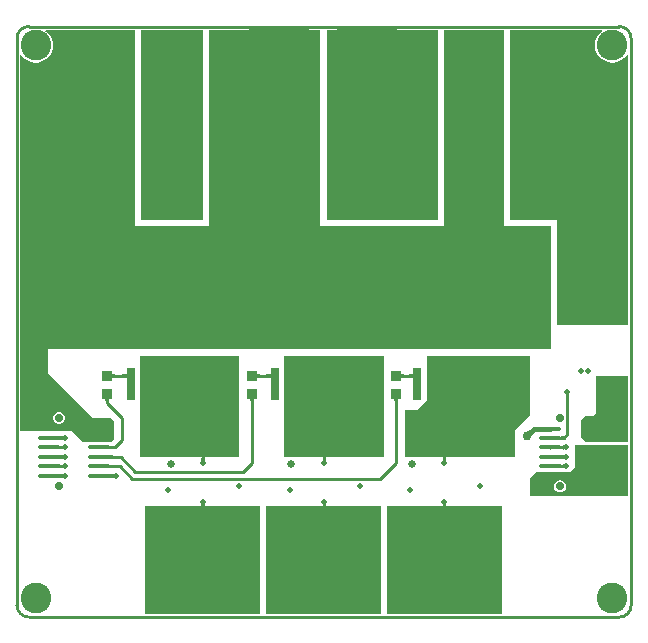
<source format=gtl>
G04*
G04 #@! TF.GenerationSoftware,Altium Limited,Altium Designer,22.0.2 (36)*
G04*
G04 Layer_Physical_Order=1*
G04 Layer_Color=255*
%FSLAX24Y24*%
%MOIN*%
G70*
G04*
G04 #@! TF.SameCoordinates,5AD8CBCB-7B86-44EA-BE16-98DFC8B2639C*
G04*
G04*
G04 #@! TF.FilePolarity,Positive*
G04*
G01*
G75*
%ADD14C,0.0150*%
%ADD17C,0.0100*%
%ADD19R,0.2047X0.1378*%
%ADD20O,0.0787X0.0138*%
%ADD32R,0.0585X0.0680*%
%ADD33R,0.0340X0.0318*%
%ADD34R,0.0315X0.1102*%
%ADD35R,0.0197X0.0197*%
%ADD36R,0.0157X0.0157*%
G04:AMPARAMS|DCode=37|XSize=255.9mil|YSize=196.9mil|CornerRadius=29.5mil|HoleSize=0mil|Usage=FLASHONLY|Rotation=0.000|XOffset=0mil|YOffset=0mil|HoleType=Round|Shape=RoundedRectangle|*
%AMROUNDEDRECTD37*
21,1,0.2559,0.1378,0,0,0.0*
21,1,0.1969,0.1969,0,0,0.0*
1,1,0.0591,0.0984,-0.0689*
1,1,0.0591,-0.0984,-0.0689*
1,1,0.0591,-0.0984,0.0689*
1,1,0.0591,0.0984,0.0689*
%
%ADD37ROUNDEDRECTD37*%
%ADD38C,0.1024*%
%ADD39C,0.0200*%
%ADD40C,0.0591*%
%ADD41C,0.0300*%
%ADD42C,0.0250*%
%ADD43C,0.0276*%
G36*
X14050Y13250D02*
X10350D01*
Y19583D01*
X14050D01*
Y13250D01*
D02*
G37*
G36*
X6200D02*
X4150D01*
Y19583D01*
X6200D01*
Y13250D01*
D02*
G37*
G36*
X16250Y13050D02*
X17800D01*
Y8950D01*
X1050D01*
Y8150D01*
X2550Y6650D01*
X3150Y6650D01*
X3250Y6550D01*
Y5950D01*
X3150Y5850D01*
X2200D01*
X1850Y6200D01*
X102D01*
Y18729D01*
X150Y18742D01*
X172Y18704D01*
X279Y18598D01*
X409Y18522D01*
X555Y18483D01*
X705D01*
X851Y18522D01*
X981Y18598D01*
X1087Y18704D01*
X1163Y18834D01*
X1202Y18980D01*
Y19130D01*
X1163Y19276D01*
X1087Y19406D01*
X981Y19513D01*
X943Y19535D01*
X956Y19583D01*
X3950Y19583D01*
Y13050D01*
X6400D01*
Y19583D01*
X10100D01*
Y13050D01*
X14250D01*
Y19583D01*
X16250D01*
Y13050D01*
D02*
G37*
G36*
X19526Y19533D02*
X19435Y19463D01*
X19343Y19343D01*
X19285Y19204D01*
X19266Y19055D01*
X19285Y18906D01*
X19343Y18767D01*
X19435Y18647D01*
X19554Y18556D01*
X19693Y18498D01*
X19843Y18478D01*
X19992Y18498D01*
X20131Y18556D01*
X20250Y18647D01*
X20320Y18739D01*
X20370Y18722D01*
X20370Y9750D01*
X18000D01*
Y13250D01*
X16450D01*
Y19583D01*
X19509Y19583D01*
X19526Y19533D01*
D02*
G37*
G36*
X13191Y8090D02*
X13211Y8091D01*
Y7985D01*
X13209Y7985D01*
X13204Y7986D01*
X13191Y7986D01*
Y7938D01*
X13190Y7947D01*
X13187Y7956D01*
X13182Y7963D01*
X13175Y7970D01*
X13166Y7975D01*
X13155Y7980D01*
X13142Y7983D01*
X13127Y7986D01*
X13109Y7987D01*
X13106Y7987D01*
X13058Y7988D01*
Y8088D01*
X13117Y8089D01*
X13127Y8090D01*
X13142Y8092D01*
X13155Y8096D01*
X13166Y8100D01*
X13175Y8106D01*
X13182Y8112D01*
X13187Y8120D01*
X13190Y8128D01*
X13191Y8138D01*
Y8090D01*
D02*
G37*
G36*
X8441D02*
X8461Y8091D01*
Y7985D01*
X8459Y7985D01*
X8454Y7986D01*
X8441Y7986D01*
Y7938D01*
X8440Y7947D01*
X8437Y7956D01*
X8432Y7963D01*
X8425Y7970D01*
X8416Y7975D01*
X8405Y7980D01*
X8392Y7983D01*
X8377Y7986D01*
X8359Y7987D01*
X8356Y7987D01*
X8308Y7988D01*
Y8088D01*
X8367Y8089D01*
X8377Y8090D01*
X8392Y8092D01*
X8405Y8096D01*
X8416Y8100D01*
X8425Y8106D01*
X8432Y8112D01*
X8437Y8120D01*
X8440Y8128D01*
X8441Y8138D01*
Y8090D01*
D02*
G37*
G36*
X3641D02*
X3661Y8091D01*
Y7985D01*
X3659Y7985D01*
X3654Y7986D01*
X3641Y7986D01*
Y7938D01*
X3640Y7947D01*
X3637Y7956D01*
X3632Y7963D01*
X3625Y7970D01*
X3616Y7975D01*
X3605Y7980D01*
X3592Y7983D01*
X3577Y7986D01*
X3559Y7987D01*
X3556Y7987D01*
X3508Y7988D01*
Y8088D01*
X3567Y8089D01*
X3577Y8090D01*
X3592Y8092D01*
X3605Y8096D01*
X3616Y8100D01*
X3625Y8106D01*
X3632Y8112D01*
X3637Y8120D01*
X3640Y8128D01*
X3641Y8138D01*
Y8090D01*
D02*
G37*
G36*
X12798Y8128D02*
X12801Y8120D01*
X12806Y8112D01*
X12813Y8106D01*
X12822Y8100D01*
X12833Y8096D01*
X12846Y8092D01*
X12861Y8090D01*
X12878Y8088D01*
X12897Y8088D01*
Y7988D01*
X12878Y7987D01*
X12861Y7986D01*
X12846Y7983D01*
X12833Y7980D01*
X12822Y7975D01*
X12813Y7970D01*
X12806Y7963D01*
X12801Y7956D01*
X12798Y7947D01*
X12797Y7938D01*
Y8138D01*
X12798Y8128D01*
D02*
G37*
G36*
X8006D02*
X8009Y8120D01*
X8014Y8112D01*
X8021Y8106D01*
X8030Y8100D01*
X8041Y8096D01*
X8054Y8092D01*
X8069Y8090D01*
X8086Y8088D01*
X8105Y8088D01*
Y7988D01*
X8086Y7987D01*
X8069Y7986D01*
X8054Y7983D01*
X8041Y7980D01*
X8030Y7975D01*
X8021Y7970D01*
X8014Y7963D01*
X8009Y7956D01*
X8006Y7947D01*
X8005Y7938D01*
Y8138D01*
X8006Y8128D01*
D02*
G37*
G36*
X3164D02*
X3167Y8120D01*
X3172Y8112D01*
X3179Y8106D01*
X3188Y8100D01*
X3199Y8096D01*
X3212Y8092D01*
X3227Y8090D01*
X3244Y8088D01*
X3263Y8088D01*
Y7988D01*
X3244Y7987D01*
X3227Y7986D01*
X3212Y7983D01*
X3199Y7980D01*
X3188Y7975D01*
X3179Y7970D01*
X3172Y7963D01*
X3167Y7956D01*
X3164Y7947D01*
X3163Y7938D01*
Y8138D01*
X3164Y8128D01*
D02*
G37*
G36*
X18415Y7426D02*
X18412Y7421D01*
X18409Y7416D01*
X18406Y7409D01*
X18404Y7402D01*
X18403Y7394D01*
X18401Y7385D01*
X18400Y7376D01*
X18399Y7355D01*
X18299Y7354D01*
X18299Y7365D01*
X18298Y7384D01*
X18296Y7393D01*
X18294Y7401D01*
X18292Y7408D01*
X18289Y7415D01*
X18286Y7420D01*
X18283Y7425D01*
X18279Y7429D01*
X18419Y7431D01*
X18415Y7426D01*
D02*
G37*
G36*
X12718Y7287D02*
X12710Y7284D01*
X12702Y7279D01*
X12696Y7272D01*
X12690Y7263D01*
X12686Y7252D01*
X12682Y7239D01*
X12680Y7223D01*
X12678Y7206D01*
X12678Y7187D01*
X12578D01*
X12577Y7206D01*
X12576Y7223D01*
X12573Y7239D01*
X12570Y7252D01*
X12565Y7263D01*
X12560Y7272D01*
X12553Y7279D01*
X12546Y7284D01*
X12537Y7287D01*
X12528Y7288D01*
X12728D01*
X12718Y7287D01*
D02*
G37*
G36*
X7926D02*
X7918Y7284D01*
X7910Y7279D01*
X7904Y7272D01*
X7898Y7263D01*
X7894Y7252D01*
X7890Y7239D01*
X7888Y7223D01*
X7886Y7206D01*
X7886Y7187D01*
X7786D01*
X7785Y7206D01*
X7784Y7223D01*
X7781Y7239D01*
X7778Y7252D01*
X7773Y7263D01*
X7768Y7272D01*
X7761Y7279D01*
X7754Y7284D01*
X7745Y7287D01*
X7736Y7288D01*
X7936D01*
X7926Y7287D01*
D02*
G37*
G36*
X3054Y7382D02*
X3053Y7377D01*
X3053Y7358D01*
X3052Y7288D01*
X3101D01*
X3092Y7287D01*
X3083Y7284D01*
X3076Y7279D01*
X3069Y7272D01*
X3064Y7263D01*
X3059Y7252D01*
X3056Y7239D01*
X3053Y7223D01*
X3052Y7206D01*
X3051Y7187D01*
X2951D01*
X2951Y7206D01*
X2949Y7223D01*
X2947Y7239D01*
X2943Y7252D01*
X2939Y7263D01*
X2933Y7272D01*
X2927Y7279D01*
X2919Y7284D01*
X2911Y7287D01*
X2901Y7288D01*
X2950D01*
X2948Y7384D01*
X3054D01*
X3054Y7382D01*
D02*
G37*
G36*
X17209Y6152D02*
X17197Y6141D01*
X17178Y6119D01*
X17171Y6108D01*
X17164Y6098D01*
X17159Y6088D01*
X17155Y6078D01*
X17152Y6069D01*
X17150Y6060D01*
X17150Y6051D01*
X17002Y6200D01*
X17010Y6201D01*
X17019Y6202D01*
X17028Y6205D01*
X17038Y6209D01*
X17048Y6214D01*
X17058Y6221D01*
X17069Y6229D01*
X17080Y6237D01*
X17102Y6259D01*
X17209Y6152D01*
D02*
G37*
G36*
X1547Y5901D02*
X1542Y5905D01*
X1537Y5908D01*
X1532Y5911D01*
X1525Y5914D01*
X1518Y5916D01*
X1510Y5918D01*
X1502Y5919D01*
X1499Y5919D01*
X1447Y5916D01*
X1438Y5914D01*
X1430Y5912D01*
X1423Y5910D01*
X1418Y5907D01*
Y6035D01*
X1423Y6032D01*
X1430Y6030D01*
X1438Y6028D01*
X1447Y6026D01*
X1471Y6023D01*
X1493Y6022D01*
X1502Y6023D01*
X1510Y6024D01*
X1518Y6026D01*
X1525Y6028D01*
X1532Y6031D01*
X1537Y6034D01*
X1542Y6037D01*
X1547Y6041D01*
Y5901D01*
D02*
G37*
G36*
X18124Y6028D02*
X18127Y6027D01*
X18132Y6025D01*
X18139Y6024D01*
X18147Y6023D01*
X18186Y6021D01*
X18221Y6021D01*
Y5921D01*
X18202Y5921D01*
X18132Y5916D01*
X18127Y5915D01*
X18124Y5913D01*
X18123Y5912D01*
Y6030D01*
X18124Y6028D01*
D02*
G37*
G36*
X20370Y5850D02*
X18944D01*
X18794Y6000D01*
Y6550D01*
X18944Y6700D01*
X19194D01*
X19294Y6800D01*
X19294Y8050D01*
X20370D01*
Y5850D01*
D02*
G37*
G36*
X18223Y5706D02*
X18239Y5706D01*
Y5606D01*
X18223Y5606D01*
Y5586D01*
X18218Y5590D01*
X18213Y5593D01*
X18208Y5596D01*
X18201Y5599D01*
X18194Y5601D01*
X18186Y5603D01*
X18183Y5603D01*
X18147Y5601D01*
X18138Y5599D01*
X18130Y5597D01*
X18123Y5595D01*
X18118Y5592D01*
Y5720D01*
X18123Y5717D01*
X18130Y5715D01*
X18138Y5713D01*
X18147Y5711D01*
X18171Y5708D01*
X18178Y5708D01*
X18186Y5709D01*
X18194Y5711D01*
X18201Y5713D01*
X18208Y5716D01*
X18213Y5719D01*
X18218Y5722D01*
X18223Y5726D01*
Y5706D01*
D02*
G37*
G36*
X1547Y5586D02*
X1542Y5590D01*
X1537Y5593D01*
X1532Y5596D01*
X1525Y5599D01*
X1518Y5601D01*
X1510Y5603D01*
X1502Y5604D01*
X1499Y5604D01*
X1447Y5601D01*
X1438Y5599D01*
X1430Y5597D01*
X1423Y5595D01*
X1418Y5592D01*
Y5720D01*
X1423Y5717D01*
X1430Y5715D01*
X1438Y5713D01*
X1447Y5711D01*
X1471Y5708D01*
X1493Y5707D01*
X1502Y5708D01*
X1510Y5709D01*
X1518Y5711D01*
X1525Y5713D01*
X1532Y5716D01*
X1537Y5719D01*
X1542Y5722D01*
X1547Y5726D01*
Y5586D01*
D02*
G37*
G36*
X3077Y5717D02*
X3083Y5715D01*
X3091Y5713D01*
X3101Y5711D01*
X3125Y5708D01*
X3155Y5706D01*
X3192Y5706D01*
Y5606D01*
X3173Y5606D01*
X3101Y5601D01*
X3091Y5599D01*
X3083Y5597D01*
X3077Y5595D01*
X3072Y5592D01*
Y5720D01*
X3077Y5717D01*
D02*
G37*
G36*
X18223Y5391D02*
X18239Y5391D01*
Y5291D01*
X18223Y5291D01*
Y5271D01*
X18218Y5275D01*
X18213Y5278D01*
X18208Y5281D01*
X18201Y5284D01*
X18194Y5286D01*
X18186Y5288D01*
X18183Y5288D01*
X18147Y5286D01*
X18138Y5284D01*
X18130Y5282D01*
X18123Y5280D01*
X18118Y5277D01*
Y5405D01*
X18123Y5402D01*
X18130Y5400D01*
X18138Y5398D01*
X18147Y5396D01*
X18171Y5393D01*
X18178Y5393D01*
X18186Y5394D01*
X18194Y5396D01*
X18201Y5398D01*
X18208Y5401D01*
X18213Y5404D01*
X18218Y5407D01*
X18223Y5411D01*
Y5391D01*
D02*
G37*
G36*
X1547Y5271D02*
X1542Y5275D01*
X1537Y5278D01*
X1532Y5281D01*
X1525Y5284D01*
X1518Y5286D01*
X1510Y5288D01*
X1502Y5289D01*
X1499Y5289D01*
X1447Y5286D01*
X1438Y5284D01*
X1430Y5282D01*
X1423Y5280D01*
X1418Y5277D01*
Y5405D01*
X1423Y5402D01*
X1430Y5400D01*
X1438Y5398D01*
X1447Y5396D01*
X1471Y5393D01*
X1493Y5392D01*
X1502Y5393D01*
X1510Y5394D01*
X1518Y5396D01*
X1525Y5398D01*
X1532Y5401D01*
X1537Y5404D01*
X1542Y5407D01*
X1547Y5411D01*
Y5271D01*
D02*
G37*
G36*
X17100Y6750D02*
X16600Y6250D01*
Y5350D01*
X12950D01*
Y6900D01*
X13350D01*
X13655Y7205D01*
X13661D01*
Y8307D01*
D01*
Y8689D01*
X13666Y8700D01*
X17100D01*
Y6750D01*
D02*
G37*
G36*
X12250Y5350D02*
X8900D01*
Y8700D01*
X12250D01*
Y5350D01*
D02*
G37*
G36*
X7400D02*
X4100D01*
Y8700D01*
X7400D01*
Y5350D01*
D02*
G37*
G36*
X3077Y5402D02*
X3083Y5400D01*
X3091Y5398D01*
X3101Y5396D01*
X3125Y5393D01*
X3155Y5391D01*
X3192Y5391D01*
Y5291D01*
X3173Y5291D01*
X3101Y5286D01*
X3091Y5284D01*
X3083Y5282D01*
X3077Y5280D01*
X3072Y5277D01*
Y5405D01*
X3077Y5402D01*
D02*
G37*
G36*
X14340Y5312D02*
X14332Y5309D01*
X14325Y5304D01*
X14318Y5297D01*
X14312Y5288D01*
X14308Y5277D01*
X14304Y5264D01*
X14303Y5257D01*
X14305Y5250D01*
X14307Y5243D01*
X14310Y5236D01*
X14313Y5231D01*
X14316Y5226D01*
X14320Y5221D01*
X14300D01*
X14300Y5212D01*
X14200D01*
X14200Y5221D01*
X14180D01*
X14184Y5226D01*
X14187Y5231D01*
X14190Y5236D01*
X14193Y5243D01*
X14195Y5250D01*
X14197Y5257D01*
X14195Y5264D01*
X14192Y5277D01*
X14188Y5288D01*
X14182Y5297D01*
X14175Y5304D01*
X14168Y5309D01*
X14159Y5312D01*
X14150Y5313D01*
X14350D01*
X14340Y5312D01*
D02*
G37*
G36*
X10340D02*
X10332Y5309D01*
X10324Y5304D01*
X10318Y5297D01*
X10312Y5288D01*
X10308Y5277D01*
X10304Y5264D01*
X10303Y5257D01*
X10305Y5250D01*
X10307Y5243D01*
X10310Y5236D01*
X10313Y5231D01*
X10316Y5226D01*
X10320Y5221D01*
X10300D01*
X10300Y5212D01*
X10200D01*
X10200Y5221D01*
X10180D01*
X10184Y5226D01*
X10187Y5231D01*
X10190Y5236D01*
X10193Y5243D01*
X10195Y5250D01*
X10197Y5257D01*
X10195Y5264D01*
X10192Y5277D01*
X10187Y5288D01*
X10182Y5297D01*
X10175Y5304D01*
X10168Y5309D01*
X10159Y5312D01*
X10150Y5313D01*
X10350D01*
X10340Y5312D01*
D02*
G37*
G36*
X6291D02*
X6282Y5309D01*
X6274Y5304D01*
X6268Y5297D01*
X6263Y5288D01*
X6258Y5277D01*
X6255Y5264D01*
X6253Y5257D01*
X6255Y5250D01*
X6257Y5243D01*
X6260Y5236D01*
X6263Y5231D01*
X6266Y5226D01*
X6270Y5221D01*
X6250D01*
X6250Y5212D01*
X6150D01*
X6150Y5221D01*
X6130D01*
X6134Y5226D01*
X6137Y5231D01*
X6140Y5236D01*
X6143Y5243D01*
X6145Y5250D01*
X6147Y5257D01*
X6145Y5264D01*
X6142Y5277D01*
X6137Y5288D01*
X6132Y5297D01*
X6126Y5304D01*
X6118Y5309D01*
X6109Y5312D01*
X6100Y5313D01*
X6300D01*
X6291Y5312D01*
D02*
G37*
G36*
X18223Y5076D02*
X18239Y5076D01*
Y4976D01*
X18223Y4976D01*
Y4956D01*
X18218Y4960D01*
X18213Y4963D01*
X18208Y4966D01*
X18201Y4969D01*
X18194Y4971D01*
X18186Y4973D01*
X18183Y4973D01*
X18147Y4971D01*
X18138Y4969D01*
X18130Y4967D01*
X18123Y4965D01*
X18118Y4962D01*
Y5090D01*
X18123Y5087D01*
X18130Y5085D01*
X18138Y5083D01*
X18147Y5081D01*
X18171Y5078D01*
X18178Y5078D01*
X18186Y5079D01*
X18194Y5081D01*
X18201Y5083D01*
X18208Y5086D01*
X18213Y5089D01*
X18218Y5092D01*
X18223Y5096D01*
Y5076D01*
D02*
G37*
G36*
X1547Y4956D02*
X1542Y4960D01*
X1537Y4963D01*
X1532Y4966D01*
X1525Y4969D01*
X1518Y4971D01*
X1510Y4973D01*
X1502Y4974D01*
X1499Y4974D01*
X1447Y4971D01*
X1438Y4969D01*
X1430Y4967D01*
X1423Y4965D01*
X1418Y4962D01*
Y5090D01*
X1423Y5087D01*
X1430Y5085D01*
X1438Y5083D01*
X1447Y5081D01*
X1471Y5078D01*
X1493Y5077D01*
X1502Y5078D01*
X1510Y5079D01*
X1518Y5081D01*
X1525Y5083D01*
X1532Y5086D01*
X1537Y5089D01*
X1542Y5092D01*
X1547Y5096D01*
Y4956D01*
D02*
G37*
G36*
X3077Y5087D02*
X3083Y5085D01*
X3091Y5083D01*
X3101Y5081D01*
X3125Y5078D01*
X3155Y5077D01*
X3192Y5076D01*
Y4976D01*
X3173Y4976D01*
X3101Y4971D01*
X3091Y4969D01*
X3083Y4967D01*
X3077Y4965D01*
X3072Y4962D01*
Y5090D01*
X3077Y5087D01*
D02*
G37*
G36*
X1547Y4641D02*
X1542Y4645D01*
X1537Y4648D01*
X1532Y4651D01*
X1525Y4654D01*
X1518Y4656D01*
X1510Y4658D01*
X1502Y4659D01*
X1499Y4660D01*
X1447Y4656D01*
X1438Y4654D01*
X1430Y4652D01*
X1423Y4650D01*
X1418Y4647D01*
Y4775D01*
X1423Y4772D01*
X1430Y4770D01*
X1438Y4768D01*
X1447Y4766D01*
X1471Y4763D01*
X1493Y4762D01*
X1502Y4763D01*
X1510Y4764D01*
X1518Y4766D01*
X1525Y4768D01*
X1532Y4771D01*
X1537Y4774D01*
X1542Y4777D01*
X1547Y4781D01*
Y4641D01*
D02*
G37*
G36*
X3227Y4637D02*
X3223Y4641D01*
X3218Y4644D01*
X3212Y4647D01*
X3205Y4649D01*
X3198Y4651D01*
X3190Y4653D01*
X3182Y4654D01*
X3163Y4655D01*
X3080Y4650D01*
X3075Y4649D01*
X3072Y4647D01*
Y4775D01*
X3078Y4771D01*
X3086Y4768D01*
X3095Y4765D01*
X3106Y4762D01*
X3117Y4760D01*
X3145Y4757D01*
X3163Y4756D01*
X3175Y4757D01*
X3183Y4759D01*
X3191Y4761D01*
X3198Y4763D01*
X3205Y4766D01*
X3210Y4769D01*
X3215Y4773D01*
X3219Y4777D01*
X3227Y4637D01*
D02*
G37*
G36*
X20370Y4042D02*
X17102D01*
X17094Y4050D01*
Y4650D01*
X17294Y4850D01*
X18444D01*
X18594Y5000D01*
Y5750D01*
X20370D01*
Y4042D01*
D02*
G37*
G36*
X14301Y3769D02*
X14320D01*
X14316Y3764D01*
X14313Y3759D01*
X14310Y3754D01*
X14307Y3747D01*
X14305Y3740D01*
X14304Y3737D01*
X14304Y3736D01*
X14308Y3723D01*
X14312Y3712D01*
X14318Y3703D01*
X14321Y3700D01*
X16175D01*
Y102D01*
X12350D01*
Y3700D01*
X14179D01*
X14182Y3703D01*
X14188Y3712D01*
X14192Y3723D01*
X14195Y3736D01*
X14196Y3737D01*
X14195Y3740D01*
X14193Y3747D01*
X14190Y3754D01*
X14187Y3759D01*
X14184Y3764D01*
X14180Y3769D01*
X14200D01*
X14200Y3788D01*
X14300D01*
X14301Y3769D01*
D02*
G37*
G36*
X10301D02*
X10320D01*
X10316Y3764D01*
X10313Y3759D01*
X10310Y3754D01*
X10307Y3747D01*
X10305Y3740D01*
X10304Y3737D01*
X10304Y3736D01*
X10308Y3723D01*
X10312Y3712D01*
X10318Y3703D01*
X10321Y3700D01*
X12150D01*
Y102D01*
X8300D01*
Y3700D01*
X10179D01*
X10182Y3703D01*
X10187Y3712D01*
X10192Y3723D01*
X10195Y3736D01*
X10196Y3737D01*
X10195Y3740D01*
X10193Y3747D01*
X10190Y3754D01*
X10187Y3759D01*
X10184Y3764D01*
X10180Y3769D01*
X10200D01*
X10200Y3788D01*
X10300D01*
X10301Y3769D01*
D02*
G37*
G36*
X6251D02*
X6270D01*
X6266Y3764D01*
X6263Y3759D01*
X6260Y3754D01*
X6257Y3747D01*
X6255Y3740D01*
X6254Y3737D01*
X6255Y3736D01*
X6258Y3723D01*
X6263Y3712D01*
X6268Y3703D01*
X6271Y3700D01*
X8100D01*
Y102D01*
X4275D01*
Y3700D01*
X6129D01*
X6132Y3703D01*
X6137Y3712D01*
X6142Y3723D01*
X6145Y3736D01*
X6146Y3737D01*
X6145Y3740D01*
X6143Y3747D01*
X6140Y3754D01*
X6137Y3759D01*
X6134Y3764D01*
X6130Y3769D01*
X6150D01*
X6150Y3788D01*
X6250D01*
X6251Y3769D01*
D02*
G37*
%LPC*%
G36*
X1441Y6838D02*
X1362D01*
X1290Y6808D01*
X1234Y6752D01*
X1204Y6679D01*
Y6601D01*
X1234Y6528D01*
X1290Y6472D01*
X1362Y6442D01*
X1441D01*
X1514Y6472D01*
X1569Y6528D01*
X1599Y6601D01*
Y6679D01*
X1569Y6752D01*
X1514Y6808D01*
X1441Y6838D01*
D02*
G37*
G36*
X18102Y4558D02*
X18024Y4543D01*
X17959Y4499D01*
X17915Y4434D01*
X17900Y4357D01*
X17915Y4280D01*
X17959Y4214D01*
X18024Y4170D01*
X18102Y4155D01*
X18179Y4170D01*
X18244Y4214D01*
X18288Y4280D01*
X18303Y4357D01*
X18288Y4434D01*
X18244Y4499D01*
X18179Y4543D01*
X18102Y4558D01*
D02*
G37*
%LPD*%
D14*
X17000Y6050D02*
X17236Y6286D01*
X17767D01*
X2994Y7444D02*
X3001Y7437D01*
X13346Y7756D02*
Y7955D01*
X13264Y8038D02*
X13346Y7955D01*
X8514Y8038D02*
X8596Y7955D01*
Y7756D02*
Y7955D01*
X3714Y8038D02*
X3796Y7955D01*
Y7756D02*
Y7955D01*
D17*
X17767Y5971D02*
X18221D01*
X18349Y6099D01*
X18349Y7501D02*
X18349Y7501D01*
Y6099D02*
Y7501D01*
X17767Y5026D02*
X18294D01*
X17767Y5341D02*
X18294D01*
X17767Y5656D02*
X18294D01*
X7550Y4850D02*
X7836Y5136D01*
X3950Y4850D02*
X7550D01*
X3459Y5341D02*
X3950Y4850D01*
X3424Y5026D02*
X3850Y4600D01*
X12100D02*
X12628Y5128D01*
X3850Y4600D02*
X12100D01*
X17764Y5653D02*
X17767Y5656D01*
X2726Y4706D02*
X3294D01*
X2720Y4711D02*
X2726Y4706D01*
X1067Y4711D02*
X1618D01*
X1067Y5026D02*
X1618D01*
X12628Y5128D02*
Y7444D01*
X2720Y5026D02*
X3424D01*
X2720Y5341D02*
X3459D01*
X7836Y5136D02*
Y7444D01*
X8449Y17351D02*
X8450Y17352D01*
X8250Y17350D02*
X8251Y17351D01*
X8449D01*
X10250Y3000D02*
Y3840D01*
Y5150D02*
Y6000D01*
X14250Y3000D02*
Y3840D01*
Y5150D02*
Y6000D01*
X6200Y3000D02*
Y3840D01*
Y5150D02*
Y6000D01*
X1618Y5656D02*
X1644D01*
X1067D02*
X1618D01*
X1067Y5341D02*
X1618D01*
Y5971D02*
X1629D01*
X1067D02*
X1618D01*
X3256Y5656D02*
X3500Y5900D01*
X3001Y7149D02*
X3500Y6650D01*
Y5900D02*
Y6650D01*
X3001Y7149D02*
Y7437D01*
X2720Y5656D02*
X3256D01*
X12628Y8038D02*
X13264D01*
X7836D02*
X8514D01*
X2994D02*
X3714D01*
X20079Y0D02*
G03*
X20472Y394I0J394D01*
G01*
Y19291D02*
G03*
X20079Y19685I-394J0D01*
G01*
X394D02*
G03*
X0Y19291I0J-394D01*
G01*
Y394D02*
G03*
X394Y0I394J0D01*
G01*
Y19685D02*
X20079D01*
X394Y0D02*
X20079D01*
X0Y394D02*
Y19291D01*
X20472Y394D02*
Y19291D01*
D19*
X10250Y6000D02*
D03*
Y3000D02*
D03*
X6200Y6000D02*
D03*
Y3000D02*
D03*
X14250D02*
D03*
Y6000D02*
D03*
D20*
X17767Y5971D02*
D03*
Y5656D02*
D03*
Y5341D02*
D03*
Y5026D02*
D03*
Y4711D02*
D03*
X19420D02*
D03*
Y5026D02*
D03*
Y5341D02*
D03*
Y5656D02*
D03*
Y5971D02*
D03*
Y6286D02*
D03*
X17767D02*
D03*
X2720Y4711D02*
D03*
Y5026D02*
D03*
Y5341D02*
D03*
Y5656D02*
D03*
Y5971D02*
D03*
Y6286D02*
D03*
X1067Y4711D02*
D03*
Y5026D02*
D03*
Y5341D02*
D03*
Y5656D02*
D03*
Y5971D02*
D03*
Y6286D02*
D03*
D32*
X16977Y15650D02*
D03*
X15723D02*
D03*
X3462Y14700D02*
D03*
X4716D02*
D03*
X3466Y15650D02*
D03*
X4720D02*
D03*
X14777Y14700D02*
D03*
X13523D02*
D03*
X16977Y13750D02*
D03*
X15723D02*
D03*
X14777Y15650D02*
D03*
X13523D02*
D03*
X15723Y14700D02*
D03*
X16977D02*
D03*
X13523Y13750D02*
D03*
X14777D02*
D03*
Y16600D02*
D03*
X13523D02*
D03*
X15723D02*
D03*
X16977D02*
D03*
X14777Y17550D02*
D03*
X13523D02*
D03*
X15723D02*
D03*
X16977D02*
D03*
X5662Y13750D02*
D03*
X6916D02*
D03*
X5662Y14700D02*
D03*
X6916D02*
D03*
X5662Y17550D02*
D03*
X6916D02*
D03*
X5662Y15650D02*
D03*
X6916D02*
D03*
X5662Y16600D02*
D03*
X6916D02*
D03*
X4716Y13750D02*
D03*
X3462D02*
D03*
D33*
X2994Y7444D02*
D03*
Y8038D02*
D03*
X7836Y7444D02*
D03*
Y8038D02*
D03*
X12628D02*
D03*
Y7444D02*
D03*
D34*
X8596Y7756D02*
D03*
X3796D02*
D03*
X13346D02*
D03*
D35*
X10230Y11266D02*
D03*
X5430D02*
D03*
X14980D02*
D03*
D36*
X10250Y8150D02*
D03*
X5450D02*
D03*
X15000D02*
D03*
D37*
X14270Y1100D02*
D03*
X6200D02*
D03*
X10270D02*
D03*
X8750Y18600D02*
D03*
X11680D02*
D03*
D38*
X630Y19055D02*
D03*
X19843D02*
D03*
Y630D02*
D03*
X630D02*
D03*
D39*
X13370Y1300D02*
D03*
X13730D02*
D03*
X14450D02*
D03*
X14810D02*
D03*
X15170D02*
D03*
X14090D02*
D03*
X13370Y1700D02*
D03*
X13730D02*
D03*
X14450D02*
D03*
X14810D02*
D03*
X15170D02*
D03*
X14090D02*
D03*
X13370Y500D02*
D03*
X13730D02*
D03*
X14450D02*
D03*
X14810D02*
D03*
X15170D02*
D03*
X14090D02*
D03*
X13370Y900D02*
D03*
X13730D02*
D03*
X14450D02*
D03*
X14810D02*
D03*
X15170D02*
D03*
X14090D02*
D03*
X5300Y1300D02*
D03*
X5660D02*
D03*
X6380D02*
D03*
X6740D02*
D03*
X7100D02*
D03*
X6020D02*
D03*
X5300Y1700D02*
D03*
X5660D02*
D03*
X6380D02*
D03*
X6740D02*
D03*
X7100D02*
D03*
X6020D02*
D03*
X5300Y500D02*
D03*
X5660D02*
D03*
X6380D02*
D03*
X6740D02*
D03*
X7100D02*
D03*
X6020D02*
D03*
X5300Y900D02*
D03*
X5660D02*
D03*
X6380D02*
D03*
X6740D02*
D03*
X7100D02*
D03*
X6020D02*
D03*
X9370Y1300D02*
D03*
X9730D02*
D03*
X10450D02*
D03*
X10810D02*
D03*
X11170D02*
D03*
X10090D02*
D03*
X9370Y1700D02*
D03*
X9730D02*
D03*
X10450D02*
D03*
X10810D02*
D03*
X11170D02*
D03*
X10090D02*
D03*
X9370Y500D02*
D03*
X9730D02*
D03*
X10450D02*
D03*
X10810D02*
D03*
X11170D02*
D03*
X10090D02*
D03*
X9370Y900D02*
D03*
X9730D02*
D03*
X10450D02*
D03*
X10810D02*
D03*
X11170D02*
D03*
X10090D02*
D03*
X8570Y18400D02*
D03*
X9650D02*
D03*
X9290D02*
D03*
X8930D02*
D03*
X8210D02*
D03*
X7850D02*
D03*
X8570Y18000D02*
D03*
X9650D02*
D03*
X9290D02*
D03*
X8930D02*
D03*
X8210D02*
D03*
X7850D02*
D03*
X8570Y19200D02*
D03*
X9650D02*
D03*
X9290D02*
D03*
X8930D02*
D03*
X8210D02*
D03*
X7850D02*
D03*
X8570Y18800D02*
D03*
X9650D02*
D03*
X9290D02*
D03*
X8930D02*
D03*
X8210D02*
D03*
X7850D02*
D03*
X11500Y18400D02*
D03*
X12580D02*
D03*
X12220D02*
D03*
X11860D02*
D03*
X11140D02*
D03*
X10780D02*
D03*
X11500Y18000D02*
D03*
X12580D02*
D03*
X12220D02*
D03*
X11860D02*
D03*
X11140D02*
D03*
X10780D02*
D03*
X11500Y19200D02*
D03*
X12580D02*
D03*
X12220D02*
D03*
X11860D02*
D03*
X11140D02*
D03*
X10780D02*
D03*
X11500Y18800D02*
D03*
X12580D02*
D03*
X12220D02*
D03*
X11860D02*
D03*
X11140D02*
D03*
X10780D02*
D03*
X15700Y2300D02*
D03*
Y2600D02*
D03*
Y2900D02*
D03*
X16000D02*
D03*
Y2600D02*
D03*
Y2300D02*
D03*
Y2000D02*
D03*
Y1700D02*
D03*
Y1400D02*
D03*
Y1100D02*
D03*
Y800D02*
D03*
Y500D02*
D03*
D03*
X11680Y2300D02*
D03*
Y2600D02*
D03*
Y2900D02*
D03*
X11980Y2300D02*
D03*
Y2600D02*
D03*
Y2900D02*
D03*
D03*
Y2600D02*
D03*
Y2300D02*
D03*
Y2000D02*
D03*
Y1700D02*
D03*
Y1400D02*
D03*
Y1100D02*
D03*
Y800D02*
D03*
Y500D02*
D03*
X7600Y2300D02*
D03*
Y2600D02*
D03*
Y2900D02*
D03*
X8530D02*
D03*
X7900D02*
D03*
Y2600D02*
D03*
Y2300D02*
D03*
Y2000D02*
D03*
Y1700D02*
D03*
Y1400D02*
D03*
Y1100D02*
D03*
Y800D02*
D03*
Y500D02*
D03*
X12850Y2300D02*
D03*
Y2600D02*
D03*
Y2900D02*
D03*
X12550Y2300D02*
D03*
Y2600D02*
D03*
Y2900D02*
D03*
X8830D02*
D03*
X12550D02*
D03*
Y2600D02*
D03*
Y2300D02*
D03*
Y2000D02*
D03*
Y1700D02*
D03*
Y1400D02*
D03*
Y1100D02*
D03*
Y800D02*
D03*
Y500D02*
D03*
X8830Y2300D02*
D03*
Y2600D02*
D03*
X8530Y2300D02*
D03*
Y2600D02*
D03*
Y2000D02*
D03*
Y1700D02*
D03*
Y1400D02*
D03*
Y1100D02*
D03*
Y800D02*
D03*
Y500D02*
D03*
X4800Y2300D02*
D03*
Y2600D02*
D03*
Y2900D02*
D03*
X4500D02*
D03*
Y2600D02*
D03*
Y2300D02*
D03*
Y2000D02*
D03*
Y1700D02*
D03*
Y1400D02*
D03*
Y1100D02*
D03*
Y800D02*
D03*
Y500D02*
D03*
X16750Y6800D02*
D03*
X16450D02*
D03*
X19050Y8200D02*
D03*
X18800D02*
D03*
X20200Y7800D02*
D03*
X19450D02*
D03*
X20200Y6950D02*
D03*
Y7350D02*
D03*
X19825Y6950D02*
D03*
Y7350D02*
D03*
X19450D02*
D03*
Y6950D02*
D03*
X20100Y5350D02*
D03*
Y4750D02*
D03*
X18600Y4450D02*
D03*
Y4150D02*
D03*
X19200D02*
D03*
X19800D02*
D03*
Y4450D02*
D03*
X19200D02*
D03*
X18349Y7501D02*
D03*
X13100Y4250D02*
D03*
X9100D02*
D03*
X5050D02*
D03*
X18294Y5026D02*
D03*
Y5341D02*
D03*
Y5656D02*
D03*
X15450Y4369D02*
D03*
X11450D02*
D03*
X7400D02*
D03*
X19400Y12400D02*
D03*
X3294Y4711D02*
D03*
X1618D02*
D03*
Y5026D02*
D03*
X13450Y6800D02*
D03*
X13750D02*
D03*
X14050D02*
D03*
X14350D02*
D03*
X14650D02*
D03*
X14950D02*
D03*
X15250D02*
D03*
X15550D02*
D03*
X15850D02*
D03*
X16150D02*
D03*
X16750Y7100D02*
D03*
X16450D02*
D03*
X16150D02*
D03*
X15850D02*
D03*
X15550D02*
D03*
X15250D02*
D03*
X14950D02*
D03*
X14650D02*
D03*
X14350D02*
D03*
X14050D02*
D03*
X13750D02*
D03*
X9050Y6800D02*
D03*
X9350D02*
D03*
X9650D02*
D03*
X9950D02*
D03*
X10250D02*
D03*
X10550D02*
D03*
X10850D02*
D03*
X11150D02*
D03*
X11450D02*
D03*
X11750D02*
D03*
X12050D02*
D03*
X10250Y7100D02*
D03*
X12050D02*
D03*
X11750D02*
D03*
X11450D02*
D03*
X11150D02*
D03*
X10850D02*
D03*
X10550D02*
D03*
X9950D02*
D03*
X9650D02*
D03*
X9350D02*
D03*
X9050D02*
D03*
X4250Y6800D02*
D03*
X4550D02*
D03*
X4850D02*
D03*
X5150D02*
D03*
X5450D02*
D03*
X5750D02*
D03*
X6050D02*
D03*
X6350D02*
D03*
X6650D02*
D03*
X6950D02*
D03*
X7250D02*
D03*
X4250Y7100D02*
D03*
X4550D02*
D03*
X5150D02*
D03*
X5450D02*
D03*
X5750D02*
D03*
X7250D02*
D03*
X6950D02*
D03*
X6650D02*
D03*
X6350D02*
D03*
X6050D02*
D03*
X4850D02*
D03*
X2450Y10300D02*
D03*
X1550D02*
D03*
X1250D02*
D03*
X950D02*
D03*
X650D02*
D03*
X2150D02*
D03*
X1850D02*
D03*
X2450Y10600D02*
D03*
X1550D02*
D03*
X1250D02*
D03*
X950D02*
D03*
X650D02*
D03*
X2150D02*
D03*
X1850D02*
D03*
X2450Y10900D02*
D03*
X1550D02*
D03*
X1250D02*
D03*
X950D02*
D03*
X650D02*
D03*
X2150D02*
D03*
X1850D02*
D03*
X1550Y11200D02*
D03*
X1250D02*
D03*
X1850D02*
D03*
X18200Y10000D02*
D03*
X18500D02*
D03*
X18800D02*
D03*
X19100D02*
D03*
X19400D02*
D03*
X19700D02*
D03*
X18200Y10300D02*
D03*
X18500D02*
D03*
X18800D02*
D03*
X19100D02*
D03*
X19400D02*
D03*
X19700D02*
D03*
X18200Y10600D02*
D03*
X18500D02*
D03*
X18800D02*
D03*
X19100D02*
D03*
X19400D02*
D03*
X19700D02*
D03*
X18200Y10900D02*
D03*
X18500D02*
D03*
X18800D02*
D03*
X19100D02*
D03*
X19400D02*
D03*
X19700D02*
D03*
X18200Y11200D02*
D03*
X18500D02*
D03*
X18800D02*
D03*
X19100D02*
D03*
X19400D02*
D03*
X19700D02*
D03*
X18200Y11500D02*
D03*
X18500D02*
D03*
X18800D02*
D03*
X19100D02*
D03*
X19400D02*
D03*
X19700D02*
D03*
X18200Y11800D02*
D03*
X18500D02*
D03*
X18800D02*
D03*
X19100D02*
D03*
X19400D02*
D03*
X19700D02*
D03*
X18200Y12100D02*
D03*
X18500D02*
D03*
X18800D02*
D03*
X19100D02*
D03*
X19400D02*
D03*
X19700D02*
D03*
X18200Y12400D02*
D03*
X18500D02*
D03*
X18800D02*
D03*
X19100D02*
D03*
X19700D02*
D03*
X18200Y12700D02*
D03*
X18500D02*
D03*
X18800D02*
D03*
X19100D02*
D03*
X19400D02*
D03*
X19700D02*
D03*
X18200Y13000D02*
D03*
X18500D02*
D03*
X18800D02*
D03*
X19100D02*
D03*
X19400D02*
D03*
X19700D02*
D03*
X18200Y13300D02*
D03*
X18500D02*
D03*
X18800D02*
D03*
X19100D02*
D03*
X19400D02*
D03*
X19700D02*
D03*
X3350Y13000D02*
D03*
Y12700D02*
D03*
X3050Y13000D02*
D03*
Y12700D02*
D03*
X2750D02*
D03*
Y13000D02*
D03*
Y13300D02*
D03*
X2150Y13600D02*
D03*
X950D02*
D03*
X1250D02*
D03*
X1550D02*
D03*
X2450D02*
D03*
X2750D02*
D03*
X1850D02*
D03*
X2150Y11200D02*
D03*
X650D02*
D03*
X950D02*
D03*
X2450D02*
D03*
X1850Y11500D02*
D03*
X2150D02*
D03*
X650D02*
D03*
X950D02*
D03*
X1250D02*
D03*
X1550D02*
D03*
X2450D02*
D03*
X1850Y11800D02*
D03*
X2150D02*
D03*
X650D02*
D03*
X950D02*
D03*
X1250D02*
D03*
X1550D02*
D03*
X2450D02*
D03*
X1850Y12100D02*
D03*
X2150D02*
D03*
X650D02*
D03*
X950D02*
D03*
X1250D02*
D03*
X1550D02*
D03*
X2450D02*
D03*
X1850Y12400D02*
D03*
X2150D02*
D03*
X650D02*
D03*
X950D02*
D03*
X1250D02*
D03*
X1550D02*
D03*
X2450D02*
D03*
X1850Y12700D02*
D03*
X2150D02*
D03*
X650D02*
D03*
X950D02*
D03*
X1250D02*
D03*
X1550D02*
D03*
X2450D02*
D03*
X1850Y13000D02*
D03*
X2150D02*
D03*
X650D02*
D03*
X950D02*
D03*
X1250D02*
D03*
X1550D02*
D03*
X2450D02*
D03*
X1850Y13300D02*
D03*
X2150D02*
D03*
X650D02*
D03*
X950D02*
D03*
X1250D02*
D03*
X1550D02*
D03*
X2450D02*
D03*
X1850Y13600D02*
D03*
X15250Y14550D02*
D03*
Y14850D02*
D03*
Y15150D02*
D03*
Y15450D02*
D03*
Y15750D02*
D03*
Y16050D02*
D03*
Y16350D02*
D03*
Y16650D02*
D03*
Y16950D02*
D03*
Y17250D02*
D03*
Y17550D02*
D03*
Y17850D02*
D03*
D03*
X5200Y13950D02*
D03*
Y14250D02*
D03*
Y14550D02*
D03*
Y14850D02*
D03*
Y15150D02*
D03*
Y15450D02*
D03*
D03*
Y15750D02*
D03*
Y16050D02*
D03*
Y16350D02*
D03*
Y16650D02*
D03*
Y16950D02*
D03*
Y17250D02*
D03*
Y17850D02*
D03*
Y17550D02*
D03*
X7550Y17352D02*
D03*
X19700Y18100D02*
D03*
Y17800D02*
D03*
Y17500D02*
D03*
Y17200D02*
D03*
Y16900D02*
D03*
Y16600D02*
D03*
Y16300D02*
D03*
Y16000D02*
D03*
Y15700D02*
D03*
Y15400D02*
D03*
Y15100D02*
D03*
Y14800D02*
D03*
Y14500D02*
D03*
Y14200D02*
D03*
Y13900D02*
D03*
Y13600D02*
D03*
X19400Y18100D02*
D03*
Y17800D02*
D03*
Y17500D02*
D03*
Y17200D02*
D03*
Y16900D02*
D03*
Y16600D02*
D03*
Y16300D02*
D03*
Y16000D02*
D03*
Y15700D02*
D03*
Y15400D02*
D03*
Y15100D02*
D03*
Y14800D02*
D03*
Y14500D02*
D03*
Y14200D02*
D03*
Y13900D02*
D03*
Y13600D02*
D03*
X19100Y18100D02*
D03*
Y17800D02*
D03*
Y17500D02*
D03*
Y17200D02*
D03*
Y16900D02*
D03*
Y16600D02*
D03*
Y16300D02*
D03*
Y16000D02*
D03*
Y15700D02*
D03*
Y15400D02*
D03*
Y15100D02*
D03*
Y14800D02*
D03*
Y14500D02*
D03*
Y14200D02*
D03*
Y13900D02*
D03*
Y13600D02*
D03*
D03*
X18800D02*
D03*
X18500D02*
D03*
X18200D02*
D03*
X17900D02*
D03*
X17600D02*
D03*
X19100Y13900D02*
D03*
X18800D02*
D03*
X18500D02*
D03*
X18200D02*
D03*
X17900D02*
D03*
X17600D02*
D03*
X19100Y14200D02*
D03*
X18800D02*
D03*
X18500D02*
D03*
X18200D02*
D03*
X17900D02*
D03*
X17600D02*
D03*
X19100Y14500D02*
D03*
X18800D02*
D03*
X18500D02*
D03*
X18200D02*
D03*
X17900D02*
D03*
X17600D02*
D03*
X19100Y14800D02*
D03*
X18800D02*
D03*
X18500D02*
D03*
X18200D02*
D03*
X17900D02*
D03*
X17600D02*
D03*
X19100Y15100D02*
D03*
X18800D02*
D03*
X18500D02*
D03*
X18200D02*
D03*
X17900D02*
D03*
X17600D02*
D03*
X19100Y15400D02*
D03*
X18800D02*
D03*
X18500D02*
D03*
X18200D02*
D03*
X17900D02*
D03*
X17600D02*
D03*
X19100Y15700D02*
D03*
X18800D02*
D03*
X18500D02*
D03*
X18200D02*
D03*
X17900D02*
D03*
X17600D02*
D03*
X19100Y16000D02*
D03*
X18800D02*
D03*
X18500D02*
D03*
X18200D02*
D03*
X17900D02*
D03*
X17600D02*
D03*
X19100Y16300D02*
D03*
X18800D02*
D03*
X18500D02*
D03*
X18200D02*
D03*
X17900D02*
D03*
X17600D02*
D03*
X19100Y16600D02*
D03*
X18800D02*
D03*
X18500D02*
D03*
X18200D02*
D03*
X17900D02*
D03*
X17600D02*
D03*
X19100Y16900D02*
D03*
X18800D02*
D03*
X18500D02*
D03*
X18200D02*
D03*
X17900D02*
D03*
X17600D02*
D03*
X19100Y17200D02*
D03*
X18800D02*
D03*
X18500D02*
D03*
X18200D02*
D03*
X17900D02*
D03*
X17600D02*
D03*
X19100Y17500D02*
D03*
X18800D02*
D03*
X18500D02*
D03*
X18200D02*
D03*
X17900D02*
D03*
X17600D02*
D03*
X19100Y17800D02*
D03*
X18800D02*
D03*
X18500D02*
D03*
X18200D02*
D03*
X17900D02*
D03*
X17600D02*
D03*
X19100Y18100D02*
D03*
X18800D02*
D03*
X18500D02*
D03*
X18200D02*
D03*
X17900D02*
D03*
X17600D02*
D03*
X19100Y18400D02*
D03*
X18800D02*
D03*
X18500D02*
D03*
X18200D02*
D03*
X17900D02*
D03*
X17600D02*
D03*
X16700D02*
D03*
X17000D02*
D03*
X17300D02*
D03*
X17600D02*
D03*
X17900D02*
D03*
X18200D02*
D03*
X18500D02*
D03*
X18800D02*
D03*
X19100D02*
D03*
X16700Y18700D02*
D03*
X17000D02*
D03*
X17300D02*
D03*
X17600D02*
D03*
X17900D02*
D03*
X18200D02*
D03*
X18500D02*
D03*
X18800D02*
D03*
X19100D02*
D03*
X16700Y19000D02*
D03*
X17000D02*
D03*
X17300D02*
D03*
X17600D02*
D03*
X17900D02*
D03*
X18200D02*
D03*
X18500D02*
D03*
X18800D02*
D03*
X19100D02*
D03*
X16700Y19300D02*
D03*
X18500D02*
D03*
X19100D02*
D03*
X18800D02*
D03*
X18200D02*
D03*
X17900D02*
D03*
X17600D02*
D03*
X17300D02*
D03*
X17000D02*
D03*
X16700D02*
D03*
X2450Y13600D02*
D03*
X1550D02*
D03*
X1250D02*
D03*
X950D02*
D03*
X650D02*
D03*
X2150D02*
D03*
X2750Y13900D02*
D03*
X2450D02*
D03*
X1550D02*
D03*
X1250D02*
D03*
X950D02*
D03*
X650D02*
D03*
X2150D02*
D03*
X1850D02*
D03*
X2750Y14200D02*
D03*
X2450D02*
D03*
X1550D02*
D03*
X1250D02*
D03*
X950D02*
D03*
X650D02*
D03*
X2150D02*
D03*
X1850D02*
D03*
X2750Y14500D02*
D03*
X2450D02*
D03*
X1550D02*
D03*
X1250D02*
D03*
X950D02*
D03*
X650D02*
D03*
X2150D02*
D03*
X1850D02*
D03*
X2750Y14800D02*
D03*
X2450D02*
D03*
X1550D02*
D03*
X1250D02*
D03*
X950D02*
D03*
X650D02*
D03*
X2150D02*
D03*
X1850D02*
D03*
X2750Y15100D02*
D03*
X2450D02*
D03*
X1550D02*
D03*
X1250D02*
D03*
X950D02*
D03*
X650D02*
D03*
X2150D02*
D03*
X1850D02*
D03*
X2750Y15400D02*
D03*
X2450D02*
D03*
X1550D02*
D03*
X1250D02*
D03*
X950D02*
D03*
X650D02*
D03*
X2150D02*
D03*
X1850D02*
D03*
X2750Y15700D02*
D03*
X2450D02*
D03*
X1550D02*
D03*
X1250D02*
D03*
X950D02*
D03*
X650D02*
D03*
X2150D02*
D03*
X1850D02*
D03*
X2750Y16000D02*
D03*
X2450D02*
D03*
X1550D02*
D03*
X1250D02*
D03*
X950D02*
D03*
X650D02*
D03*
X2150D02*
D03*
X1850D02*
D03*
X2750Y16300D02*
D03*
X2450D02*
D03*
X1550D02*
D03*
X1250D02*
D03*
X950D02*
D03*
X650D02*
D03*
X2150D02*
D03*
X1850D02*
D03*
X2750Y16600D02*
D03*
X2450D02*
D03*
X1550D02*
D03*
X1250D02*
D03*
X950D02*
D03*
X650D02*
D03*
X2150D02*
D03*
X1850D02*
D03*
X2750Y16900D02*
D03*
X2450D02*
D03*
X1550D02*
D03*
X1250D02*
D03*
X950D02*
D03*
X650D02*
D03*
X2150D02*
D03*
X1850D02*
D03*
X2750Y17200D02*
D03*
X2450D02*
D03*
X1550D02*
D03*
X1250D02*
D03*
X950D02*
D03*
X650D02*
D03*
X2150D02*
D03*
X1850D02*
D03*
X2750Y17500D02*
D03*
X2450D02*
D03*
X1550D02*
D03*
X1250D02*
D03*
X950D02*
D03*
X650D02*
D03*
X2150D02*
D03*
X1850D02*
D03*
X2750Y17800D02*
D03*
X2450D02*
D03*
X1550D02*
D03*
X1250D02*
D03*
X950D02*
D03*
X650D02*
D03*
X2150D02*
D03*
X1850D02*
D03*
X2750Y18100D02*
D03*
X2450D02*
D03*
X1550D02*
D03*
X1250D02*
D03*
X950D02*
D03*
X650D02*
D03*
X2150D02*
D03*
X1850D02*
D03*
X3650Y18400D02*
D03*
X3350D02*
D03*
X3050D02*
D03*
X2750D02*
D03*
X2450D02*
D03*
X1550D02*
D03*
X2150D02*
D03*
X1850D02*
D03*
X3650Y18700D02*
D03*
X3350D02*
D03*
X3050D02*
D03*
X2750D02*
D03*
X2450D02*
D03*
X1550D02*
D03*
X2150D02*
D03*
X1850D02*
D03*
X3650Y19000D02*
D03*
X3350D02*
D03*
X3050D02*
D03*
X2750D02*
D03*
X2450D02*
D03*
X1550D02*
D03*
X2150D02*
D03*
X1850D02*
D03*
X2750Y19300D02*
D03*
X2150D02*
D03*
X1850D02*
D03*
X1550D02*
D03*
X2450D02*
D03*
X3050D02*
D03*
X3350D02*
D03*
X3650D02*
D03*
X7550Y14650D02*
D03*
Y14950D02*
D03*
Y15250D02*
D03*
Y15550D02*
D03*
Y15850D02*
D03*
Y16150D02*
D03*
Y16450D02*
D03*
Y16750D02*
D03*
Y17050D02*
D03*
X14500Y18400D02*
D03*
X14800D02*
D03*
X15100D02*
D03*
X15400D02*
D03*
X15700D02*
D03*
X16000D02*
D03*
X14500Y18700D02*
D03*
X14800D02*
D03*
X15100D02*
D03*
X15400D02*
D03*
X15700D02*
D03*
X16000D02*
D03*
X14500Y19000D02*
D03*
X14800D02*
D03*
X15100D02*
D03*
X15400D02*
D03*
X15700D02*
D03*
X16000D02*
D03*
Y19300D02*
D03*
X15700D02*
D03*
X15400D02*
D03*
X15100D02*
D03*
X14800D02*
D03*
X14500D02*
D03*
X13500D02*
D03*
X13800D02*
D03*
X11100Y17352D02*
D03*
X11400D02*
D03*
X11700Y15852D02*
D03*
X12900Y17052D02*
D03*
Y14052D02*
D03*
X9950Y14652D02*
D03*
X5600Y18400D02*
D03*
X5300D02*
D03*
X5000D02*
D03*
X4700D02*
D03*
X4400D02*
D03*
X5900D02*
D03*
X5600Y18700D02*
D03*
X5300D02*
D03*
X5000D02*
D03*
X4700D02*
D03*
X4400D02*
D03*
X5900D02*
D03*
X5600Y19000D02*
D03*
X5300D02*
D03*
X5000D02*
D03*
X4700D02*
D03*
X4400D02*
D03*
X5900D02*
D03*
Y19300D02*
D03*
X6600D02*
D03*
X7200D02*
D03*
X6900D02*
D03*
X6600Y19000D02*
D03*
X13200Y18700D02*
D03*
Y19300D02*
D03*
X11700Y14052D02*
D03*
D03*
X4400Y19300D02*
D03*
X4700D02*
D03*
X5000D02*
D03*
X5300D02*
D03*
X5600D02*
D03*
X10500Y14952D02*
D03*
X9950D02*
D03*
X9650D02*
D03*
Y14652D02*
D03*
X9350Y14952D02*
D03*
Y14652D02*
D03*
X9050Y14952D02*
D03*
Y14652D02*
D03*
X8750D02*
D03*
X13200Y18400D02*
D03*
X13500D02*
D03*
X13800D02*
D03*
X13500Y18700D02*
D03*
X13800D02*
D03*
X13200Y19000D02*
D03*
X13500D02*
D03*
X13800D02*
D03*
X10500Y14952D02*
D03*
Y14652D02*
D03*
Y14352D02*
D03*
Y14052D02*
D03*
X10800Y14952D02*
D03*
Y14652D02*
D03*
Y14352D02*
D03*
Y14052D02*
D03*
X11100Y14952D02*
D03*
Y14652D02*
D03*
Y14352D02*
D03*
Y14052D02*
D03*
X11400Y14952D02*
D03*
Y14652D02*
D03*
Y14352D02*
D03*
Y14052D02*
D03*
X11700Y14952D02*
D03*
Y14652D02*
D03*
Y14352D02*
D03*
X12000Y14052D02*
D03*
X12300D02*
D03*
X12600D02*
D03*
X11700Y14352D02*
D03*
X12000D02*
D03*
X12300D02*
D03*
X12600D02*
D03*
X12900D02*
D03*
X11700Y14652D02*
D03*
X12900D02*
D03*
X11700Y14952D02*
D03*
X12900D02*
D03*
X11700Y15252D02*
D03*
X12900D02*
D03*
X11700Y15552D02*
D03*
X12900D02*
D03*
Y15852D02*
D03*
X11700Y16152D02*
D03*
X12900D02*
D03*
X11700Y16452D02*
D03*
X12900D02*
D03*
X11700Y16752D02*
D03*
X12900D02*
D03*
X11700Y17052D02*
D03*
X12900Y17352D02*
D03*
X11700D02*
D03*
X10800D02*
D03*
X10500D02*
D03*
X9950D02*
D03*
X10500D02*
D03*
X8750Y14952D02*
D03*
Y15252D02*
D03*
Y15552D02*
D03*
Y15852D02*
D03*
Y16152D02*
D03*
Y16452D02*
D03*
Y16752D02*
D03*
Y17052D02*
D03*
X9650Y17352D02*
D03*
X9350D02*
D03*
X9050D02*
D03*
X8750D02*
D03*
X6900Y18400D02*
D03*
X6600D02*
D03*
X7200D02*
D03*
X6900Y18700D02*
D03*
X6600D02*
D03*
X7200D02*
D03*
X6900Y19000D02*
D03*
X7200D02*
D03*
X14250Y5150D02*
D03*
Y3840D02*
D03*
X10250D02*
D03*
Y5150D02*
D03*
X6200Y3840D02*
D03*
Y5150D02*
D03*
X1618Y5341D02*
D03*
Y5656D02*
D03*
Y5971D02*
D03*
D40*
X11206Y15450D02*
D03*
X9238D02*
D03*
D41*
X17000Y6050D02*
D03*
D42*
X13175Y5100D02*
D03*
X9150D02*
D03*
X5150D02*
D03*
D43*
X18102Y4357D02*
D03*
Y6640D02*
D03*
X1402D02*
D03*
Y4357D02*
D03*
M02*

</source>
